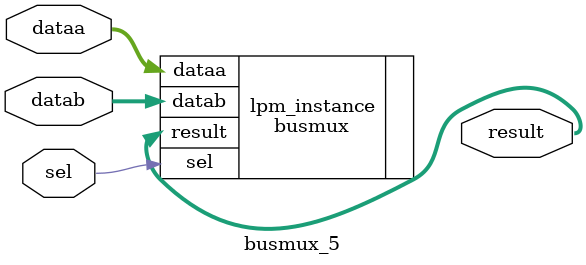
<source format=v>



module busmux_5(sel,dataa,datab,result);
input sel;
input [11:0] dataa;
input [11:0] datab;
output [11:0] result;

busmux	lpm_instance(.sel(sel),.dataa(dataa),.datab(datab),.result(result));
	defparam	lpm_instance.width = 12;

endmodule

</source>
